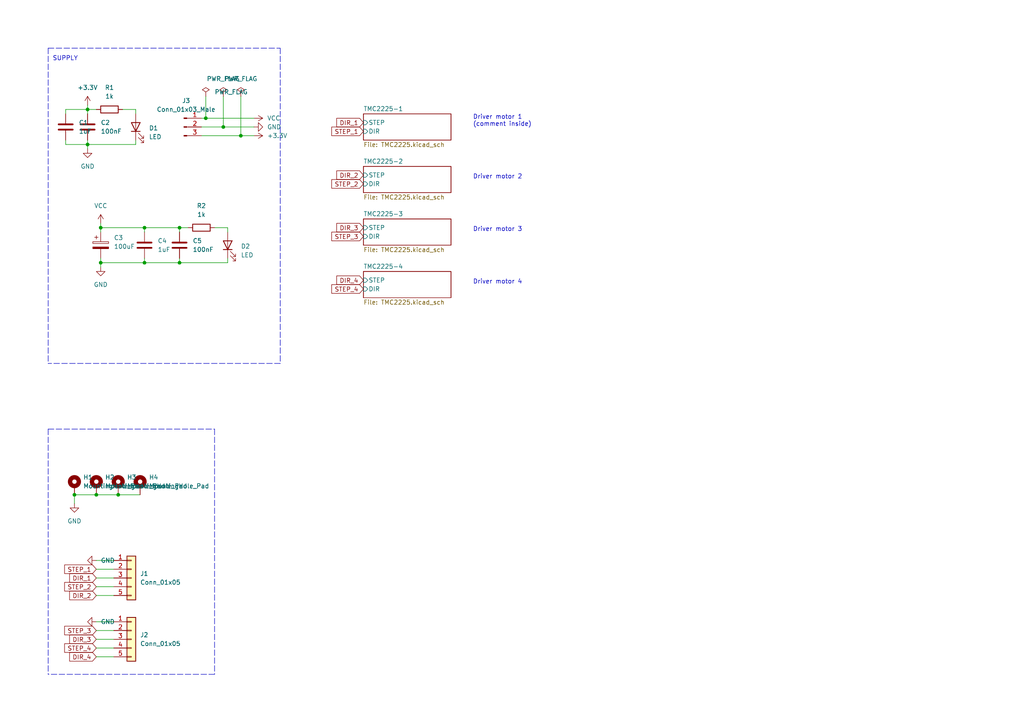
<source format=kicad_sch>
(kicad_sch (version 20211123) (generator eeschema)
  (paper "A4")
  (lib_symbols
    (symbol "Connector:Conn_01x03_Male" (pin_names (offset 1.016) hide)
      (property "Reference" "J" (at 0 5.08 0))
      (property "Value" "Conn_01x03_Male" (at 0 -5.08 0))
      (symbol "Conn_01x03_Male_1_1"
        (polyline (pts (xy 1.27 -2.54) (xy 0.8636 -2.54)) (stroke (width 0.1524)))
        (polyline (pts (xy 1.27 0) (xy 0.8636 0)) (stroke (width 0.1524)))
        (polyline (pts (xy 1.27 2.54) (xy 0.8636 2.54)) (stroke (width 0.1524)))
        (rectangle (start 0.8636 -2.413) (end 0 -2.667) (stroke (width 0.1524)) (fill (type outline)))
        (rectangle (start 0.8636 0.127) (end 0 -0.127) (stroke (width 0.1524)) (fill (type outline)))
        (rectangle (start 0.8636 2.667) (end 0 2.413) (stroke (width 0.1524)) (fill (type outline)))
        (pin passive line (at 5.08 2.54 180) (length 3.81) (name "Pin_1") (number "1"))
        (pin passive line (at 5.08 0 180) (length 3.81) (name "Pin_2") (number "2"))
        (pin passive line (at 5.08 -2.54 180) (length 3.81) (name "Pin_3") (number "3"))
      )
    )
    (symbol "Connector_Generic:Conn_01x05" (pin_names (offset 1.016) hide)
      (property "Reference" "J" (at 0 7.62 0))
      (property "Value" "Conn_01x05" (at 0 -7.62 0))
      (symbol "Conn_01x05_1_1"
        (rectangle (start -1.27 -4.953) (end 0 -5.207) (stroke (width 0.1524)))
        (rectangle (start -1.27 -2.413) (end 0 -2.667) (stroke (width 0.1524)))
        (rectangle (start -1.27 0.127) (end 0 -0.127) (stroke (width 0.1524)))
        (rectangle (start -1.27 2.667) (end 0 2.413) (stroke (width 0.1524)))
        (rectangle (start -1.27 5.207) (end 0 4.953) (stroke (width 0.1524)))
        (rectangle (start -1.27 6.35) (end 1.27 -6.35) (stroke (width 0.254)) (fill (type background)))
        (pin passive line (at -5.08 5.08 0) (length 3.81) (name "Pin_1") (number "1"))
        (pin passive line (at -5.08 2.54 0) (length 3.81) (name "Pin_2") (number "2"))
        (pin passive line (at -5.08 0 0) (length 3.81) (name "Pin_3") (number "3"))
        (pin passive line (at -5.08 -2.54 0) (length 3.81) (name "Pin_4") (number "4"))
        (pin passive line (at -5.08 -5.08 0) (length 3.81) (name "Pin_5") (number "5"))
      )
    )
    (symbol "Device:C" (pin_numbers hide) (pin_names (offset 0.254))
      (property "Reference" "C" (at 0.635 2.54 0))
      (property "Value" "C" (at 0.635 -2.54 0))
      (symbol "C_0_1"
        (polyline (pts (xy -2.032 -0.762) (xy 2.032 -0.762)) (stroke (width 0.508)))
        (polyline (pts (xy -2.032 0.762) (xy 2.032 0.762)) (stroke (width 0.508)))
      )
      (symbol "C_1_1"
        (pin passive line (at 0 3.81 270) (length 2.794) (name "~") (number "1"))
        (pin passive line (at 0 -3.81 90) (length 2.794) (name "~") (number "2"))
      )
    )
    (symbol "Device:C_Polarized" (pin_numbers hide) (pin_names (offset 0.254))
      (property "Reference" "C" (at 0.635 2.54 0))
      (property "Value" "C_Polarized" (at 0.635 -2.54 0))
      (symbol "C_Polarized_0_1"
        (rectangle (start -2.286 0.508) (end 2.286 1.016))
        (polyline (pts (xy -1.778 2.286) (xy -0.762 2.286)))
        (polyline (pts (xy -1.27 2.794) (xy -1.27 1.778)))
        (rectangle (start 2.286 -0.508) (end -2.286 -1.016) (fill (type outline)))
      )
      (symbol "C_Polarized_1_1"
        (pin passive line (at 0 3.81 270) (length 2.794) (name "~") (number "1"))
        (pin passive line (at 0 -3.81 90) (length 2.794) (name "~") (number "2"))
      )
    )
    (symbol "Device:LED" (pin_numbers hide) (pin_names (offset 1.016) hide)
      (property "Reference" "D" (at 0 2.54 0))
      (property "Value" "LED" (at 0 -2.54 0))
      (symbol "LED_0_1"
        (polyline (pts (xy -1.27 -1.27) (xy -1.27 1.27)) (stroke (width 0.254)))
        (polyline (pts (xy -1.27 0) (xy 1.27 0)))
        (polyline (pts (xy 1.27 -1.27) (xy 1.27 1.27) (xy -1.27 0) (xy 1.27 -1.27)) (stroke (width 0.254)))
        (polyline (pts (xy -3.048 -0.762) (xy -4.572 -2.286) (xy -3.81 -2.286) (xy -4.572 -2.286) (xy -4.572 -1.524)))
        (polyline (pts (xy -1.778 -0.762) (xy -3.302 -2.286) (xy -2.54 -2.286) (xy -3.302 -2.286) (xy -3.302 -1.524)))
      )
      (symbol "LED_1_1"
        (pin passive line (at -3.81 0 0) (length 2.54) (name "K") (number "1"))
        (pin passive line (at 3.81 0 180) (length 2.54) (name "A") (number "2"))
      )
    )
    (symbol "Device:R" (pin_numbers hide) (pin_names (offset 0))
      (property "Reference" "R" (at 2.032 0 90))
      (property "Value" "R" (at 0 0 90))
      (symbol "R_0_1"
        (rectangle (start -1.016 -2.54) (end 1.016 2.54) (stroke (width 0.254)))
      )
      (symbol "R_1_1"
        (pin passive line (at 0 3.81 270) (length 1.27) (name "~") (number "1"))
        (pin passive line (at 0 -3.81 90) (length 1.27) (name "~") (number "2"))
      )
    )
    (symbol "Mechanical:MountingHole_Pad" (pin_numbers hide) (pin_names (offset 1.016) hide)
      (property "Reference" "H" (at 0 6.35 0))
      (property "Value" "MountingHole_Pad" (at 0 4.445 0))
      (symbol "MountingHole_Pad_0_1"
        (circle (center 0 1.27) (radius 1.27) (stroke (width 1.27)))
      )
      (symbol "MountingHole_Pad_1_1"
        (pin input line (at 0 -2.54 90) (length 2.54) (name "1") (number "1"))
      )
    )
    (symbol "power:+3.3V" (power) (pin_names (offset 0))
      (property "Value" "+3.3V" (at 0 3.556 0))
      (symbol "+3.3V_0_1"
        (polyline (pts (xy -0.762 1.27) (xy 0 2.54)))
        (polyline (pts (xy 0 0) (xy 0 2.54)))
        (polyline (pts (xy 0 2.54) (xy 0.762 1.27)))
      )
      (symbol "+3.3V_1_1"
        (pin power_in line (at 0 0 90) (length 0) hide (name "+3.3V") (number "1"))
      )
    )
    (symbol "power:GND" (power) (pin_names (offset 0))
      (property "Value" "GND" (at 0 -3.81 0))
      (symbol "GND_0_1"
        (polyline (pts (xy 0 0) (xy 0 -1.27) (xy 1.27 -1.27) (xy 0 -2.54) (xy -1.27 -1.27) (xy 0 -1.27)))
      )
      (symbol "GND_1_1"
        (pin power_in line (at 0 0 270) (length 0) hide (name "GND") (number "1"))
      )
    )
    (symbol "power:PWR_FLAG" (power) (pin_numbers hide) (pin_names (offset 0) hide)
      (property "Value" "PWR_FLAG" (at 0 3.81 0))
      (symbol "PWR_FLAG_0_0"
        (pin power_out line (at 0 0 90) (length 0) (name "pwr") (number "1"))
      )
      (symbol "PWR_FLAG_0_1"
        (polyline (pts (xy 0 0) (xy 0 1.27) (xy -1.016 1.905) (xy 0 2.54) (xy 1.016 1.905) (xy 0 1.27)))
      )
    )
    (symbol "power:VCC" (power) (pin_names (offset 0))
      (property "Value" "VCC" (at 0 3.81 0))
      (symbol "VCC_0_1"
        (polyline (pts (xy -0.762 1.27) (xy 0 2.54)))
        (polyline (pts (xy 0 0) (xy 0 2.54)))
        (polyline (pts (xy 0 2.54) (xy 0.762 1.27)))
      )
      (symbol "VCC_1_1"
        (pin power_in line (at 0 0 90) (length 0) hide (name "VCC") (number "1"))
      )
    )
  )
  (junction (at 25.4 41.91))
  (junction (at 27.94 143.51))
  (junction (at 34.29 143.51))
  (junction (at 25.4 31.75))
  (junction (at 29.21 76.2))
  (junction (at 69.85 39.37))
  (junction (at 64.77 36.83))
  (junction (at 59.69 34.29))
  (junction (at 29.21 66.04))
  (junction (at 52.07 66.04))
  (junction (at 21.59 143.51))
  (junction (at 52.07 76.2))
  (junction (at 41.91 66.04))
  (junction (at 41.91 76.2))
  (wire (pts (xy 59.69 34.29) (xy 73.66 34.29)))
  (wire (pts (xy 58.42 34.29) (xy 59.69 34.29)))
  (wire (pts (xy 27.94 143.51) (xy 34.29 143.51)))
  (wire (pts (xy 29.21 76.2) (xy 29.21 74.93)))
  (wire (pts (xy 27.94 172.72) (xy 33.02 172.72)))
  (wire (pts (xy 64.77 36.83) (xy 73.66 36.83)))
  (wire (pts (xy 27.94 187.96) (xy 33.02 187.96)))
  (wire (pts (xy 29.21 76.2) (xy 41.91 76.2)))
  (wire (pts (xy 29.21 76.2) (xy 29.21 77.47)))
  (wire (pts (xy 29.21 64.77) (xy 29.21 66.04)))
  (wire (pts (xy 52.07 66.04) (xy 54.61 66.04)))
  (wire (pts (xy 27.94 170.18) (xy 33.02 170.18)))
  (wire (pts (xy 59.69 27.94) (xy 59.69 34.29)))
  (polyline (pts (xy 81.28 13.97) (xy 81.28 105.41)))
  (wire (pts (xy 66.04 74.93) (xy 66.04 76.2)))
  (wire (pts (xy 52.07 76.2) (xy 66.04 76.2)))
  (wire (pts (xy 58.42 36.83) (xy 64.77 36.83)))
  (wire (pts (xy 25.4 41.91) (xy 19.05 41.91)))
  (wire (pts (xy 41.91 66.04) (xy 41.91 67.31)))
  (polyline (pts (xy 13.97 13.97) (xy 13.97 105.41)))
  (polyline (pts (xy 13.97 13.97) (xy 81.28 13.97)))
  (wire (pts (xy 66.04 66.04) (xy 66.04 67.31)))
  (wire (pts (xy 27.94 162.56) (xy 33.02 162.56)))
  (wire (pts (xy 19.05 33.02) (xy 19.05 31.75)))
  (wire (pts (xy 19.05 31.75) (xy 25.4 31.75)))
  (wire (pts (xy 21.59 143.51) (xy 27.94 143.51)))
  (wire (pts (xy 39.37 40.64) (xy 39.37 41.91)))
  (wire (pts (xy 39.37 41.91) (xy 25.4 41.91)))
  (wire (pts (xy 25.4 40.64) (xy 25.4 41.91)))
  (wire (pts (xy 27.94 182.88) (xy 33.02 182.88)))
  (wire (pts (xy 27.94 180.34) (xy 33.02 180.34)))
  (polyline (pts (xy 62.23 195.58) (xy 13.97 195.58)))
  (wire (pts (xy 27.94 190.5) (xy 33.02 190.5)))
  (wire (pts (xy 69.85 39.37) (xy 73.66 39.37)))
  (wire (pts (xy 25.4 31.75) (xy 27.94 31.75)))
  (polyline (pts (xy 13.97 124.46) (xy 62.23 124.46)))
  (wire (pts (xy 25.4 41.91) (xy 25.4 43.18)))
  (wire (pts (xy 41.91 76.2) (xy 41.91 74.93)))
  (wire (pts (xy 29.21 66.04) (xy 41.91 66.04)))
  (wire (pts (xy 27.94 185.42) (xy 33.02 185.42)))
  (polyline (pts (xy 62.23 124.46) (xy 62.23 195.58)))
  (wire (pts (xy 29.21 66.04) (xy 29.21 67.31)))
  (wire (pts (xy 27.94 165.1) (xy 33.02 165.1)))
  (wire (pts (xy 21.59 143.51) (xy 21.59 146.05)))
  (wire (pts (xy 62.23 66.04) (xy 66.04 66.04)))
  (wire (pts (xy 58.42 39.37) (xy 69.85 39.37)))
  (wire (pts (xy 52.07 66.04) (xy 52.07 67.31)))
  (wire (pts (xy 64.77 27.94) (xy 64.77 36.83)))
  (wire (pts (xy 52.07 74.93) (xy 52.07 76.2)))
  (wire (pts (xy 27.94 167.64) (xy 33.02 167.64)))
  (wire (pts (xy 69.85 27.94) (xy 69.85 39.37)))
  (polyline (pts (xy 81.28 105.41) (xy 13.97 105.41)))
  (wire (pts (xy 41.91 76.2) (xy 52.07 76.2)))
  (wire (pts (xy 41.91 66.04) (xy 52.07 66.04)))
  (wire (pts (xy 35.56 31.75) (xy 39.37 31.75)))
  (polyline (pts (xy 13.97 124.46) (xy 13.97 195.58)))
  (wire (pts (xy 25.4 30.48) (xy 25.4 31.75)))
  (wire (pts (xy 39.37 31.75) (xy 39.37 33.02)))
  (wire (pts (xy 25.4 31.75) (xy 25.4 33.02)))
  (wire (pts (xy 19.05 41.91) (xy 19.05 40.64)))
  (wire (pts (xy 34.29 143.51) (xy 40.64 143.51)))
  (text "Driver motor 3" (at 137.16 67.31 0) (effects (font (size 1.27 1.27)) (justify left bottom)))
  (text "Driver motor 1\n(comment inside)" (at 137.16 36.83 0) (effects (font (size 1.27 1.27)) (justify left bottom)))
  (text "Driver motor 2" (at 137.16 52.07 0) (effects (font (size 1.27 1.27)) (justify left bottom)))
  (text "SUPPLY" (at 15.24 17.78 0) (effects (font (size 1.27 1.27)) (justify left bottom)))
  (text "Driver motor 4" (at 137.16 82.55 0) (effects (font (size 1.27 1.27)) (justify left bottom)))
  (global_label "DIR_4" (shape input) (at 27.94 190.5 180) (property "Intersheet References" "${INTERSHEET_REFS}" (effects hide)))
  (global_label "STEP_1" (shape input) (at 105.41 38.1 180) (property "Intersheet References" "${INTERSHEET_REFS}" (effects hide)))
  (global_label "STEP_2" (shape input) (at 105.41 53.34 180) (property "Intersheet References" "${INTERSHEET_REFS}" (effects hide)))
  (global_label "STEP_2" (shape input) (at 27.94 170.18 180) (property "Intersheet References" "${INTERSHEET_REFS}" (effects hide)))
  (global_label "DIR_4" (shape input) (at 105.41 81.28 180) (property "Intersheet References" "${INTERSHEET_REFS}" (effects hide)))
  (global_label "DIR_2" (shape input) (at 105.41 50.8 180) (property "Intersheet References" "${INTERSHEET_REFS}" (effects hide)))
  (global_label "DIR_3" (shape input) (at 105.41 66.04 180) (property "Intersheet References" "${INTERSHEET_REFS}" (effects hide)))
  (global_label "STEP_3" (shape input) (at 105.41 68.58 180) (property "Intersheet References" "${INTERSHEET_REFS}" (effects hide)))
  (global_label "STEP_4" (shape input) (at 105.41 83.82 180) (property "Intersheet References" "${INTERSHEET_REFS}" (effects hide)))
  (global_label "DIR_1" (shape input) (at 27.94 167.64 180) (property "Intersheet References" "${INTERSHEET_REFS}" (effects hide)))
  (global_label "DIR_2" (shape input) (at 27.94 172.72 180) (property "Intersheet References" "${INTERSHEET_REFS}" (effects hide)))
  (global_label "STEP_1" (shape input) (at 27.94 165.1 180) (property "Intersheet References" "${INTERSHEET_REFS}" (effects hide)))
  (global_label "DIR_3" (shape input) (at 27.94 185.42 180) (property "Intersheet References" "${INTERSHEET_REFS}" (effects hide)))
  (global_label "DIR_1" (shape input) (at 105.41 35.56 180) (property "Intersheet References" "${INTERSHEET_REFS}" (effects hide)))
  (global_label "STEP_3" (shape input) (at 27.94 182.88 180) (property "Intersheet References" "${INTERSHEET_REFS}" (effects hide)))
  (global_label "STEP_4" (shape input) (at 27.94 187.96 180) (property "Intersheet References" "${INTERSHEET_REFS}" (effects hide)))
  (symbol (lib_id "power:GND") (at 27.94 180.34 270) (unit 1)
    (property "Reference" "#PWR05" (effects hide))
    (property "Value" "GND" (at 29.21 180.3399 90) (effects (justify left)))
  )
  (symbol (lib_id "Mechanical:MountingHole_Pad") (at 27.94 140.97 0) (unit 1)
    (property "Reference" "H2" (at 30.48 138.4299 0) (effects (justify left)))
    (property "Value" "MountingHole_Pad" (at 30.48 140.9699 0) (effects (justify left)))
    (property "Footprint" "MountingHole:MountingHole_3.2mm_M3_Pad_Via" (effects hide))
  )
  (symbol (lib_id "Mechanical:MountingHole_Pad") (at 40.64 140.97 0) (unit 1)
    (property "Reference" "H4" (at 43.18 138.4299 0) (effects (justify left)))
    (property "Value" "MountingHole_Pad" (at 43.18 140.9699 0) (effects (justify left)))
    (property "Footprint" "MountingHole:MountingHole_3.2mm_M3_Pad_Via" (effects hide))
  )
  (symbol (lib_id "Device:C") (at 52.07 71.12 0) (unit 1)
    (property "Reference" "C5" (at 55.88 69.8499 0) (effects (justify left)))
    (property "Value" "100nF" (at 55.88 72.3899 0) (effects (justify left)))
    (property "Footprint" "Capacitor_SMD:C_0603_1608Metric_Pad1.08x0.95mm_HandSolder" (effects hide))
  )
  (symbol (lib_id "power:GND") (at 73.66 36.83 90) (unit 1)
    (property "Reference" "#PWR0101" (effects hide))
    (property "Value" "GND" (at 77.47 36.8299 90) (effects (justify right)))
  )
  (symbol (lib_id "Connector_Generic:Conn_01x05") (at 38.1 185.42 0) (unit 1)
    (property "Reference" "J2" (at 40.64 184.1499 0) (effects (justify left)))
    (property "Value" "Conn_01x05" (at 40.64 186.6899 0) (effects (justify left)))
    (property "Footprint" "Connector_JST:JST_XH_B5B-XH-A_1x05_P2.50mm_Vertical" (effects hide))
  )
  (symbol (lib_id "Device:R") (at 31.75 31.75 90) (unit 1)
    (property "Reference" "R1" (at 31.75 25.4 90))
    (property "Value" "1k" (at 31.75 27.94 90))
    (property "Footprint" "Resistor_SMD:R_0603_1608Metric_Pad0.98x0.95mm_HandSolder" (effects hide))
  )
  (symbol (lib_id "power:GND") (at 29.21 77.47 0) (unit 1)
    (property "Reference" "#PWR07" (effects hide))
    (property "Value" "GND" (at 29.21 82.55 0))
  )
  (symbol (lib_id "power:PWR_FLAG") (at 59.69 27.94 0) (mirror y) (unit 1)
    (property "Reference" "#FLG01" (effects hide))
    (property "Value" "PWR_FLAG" (at 62.23 26.6699 0) (effects (justify right)))
  )
  (symbol (lib_id "power:VCC") (at 29.21 64.77 0) (unit 1)
    (property "Reference" "#PWR06" (effects hide))
    (property "Value" "VCC" (at 29.21 59.69 0))
  )
  (symbol (lib_id "power:VCC") (at 73.66 34.29 270) (unit 1)
    (property "Reference" "#PWR0103" (effects hide))
    (property "Value" "VCC" (at 77.47 34.2899 90) (effects (justify left)))
  )
  (symbol (lib_id "Connector_Generic:Conn_01x05") (at 38.1 167.64 0) (unit 1)
    (property "Reference" "J1" (at 40.64 166.3699 0) (effects (justify left)))
    (property "Value" "Conn_01x05" (at 40.64 168.9099 0) (effects (justify left)))
    (property "Footprint" "Connector_JST:JST_XH_B5B-XH-A_1x05_P2.50mm_Vertical" (effects hide))
  )
  (symbol (lib_id "power:+3.3V") (at 73.66 39.37 270) (unit 1)
    (property "Reference" "#PWR0102" (effects hide))
    (property "Value" "+3.3V" (at 77.47 39.3699 90) (effects (justify left)))
  )
  (symbol (lib_id "Device:LED") (at 66.04 71.12 90) (unit 1)
    (property "Reference" "D2" (at 69.85 71.4374 90) (effects (justify right)))
    (property "Value" "LED" (at 69.85 73.9774 90) (effects (justify right)))
    (property "Footprint" "LED_SMD:LED_0603_1608Metric_Pad1.05x0.95mm_HandSolder" (effects hide))
  )
  (symbol (lib_id "Device:LED") (at 39.37 36.83 90) (unit 1)
    (property "Reference" "D1" (at 43.18 37.1474 90) (effects (justify right)))
    (property "Value" "LED" (at 43.18 39.6874 90) (effects (justify right)))
    (property "Footprint" "LED_SMD:LED_0603_1608Metric_Pad1.05x0.95mm_HandSolder" (effects hide))
  )
  (symbol (lib_id "Device:C") (at 19.05 36.83 0) (unit 1)
    (property "Reference" "C1" (at 22.86 35.5599 0) (effects (justify left)))
    (property "Value" "1uF" (at 22.86 38.0999 0) (effects (justify left)))
    (property "Footprint" "Capacitor_SMD:C_0603_1608Metric_Pad1.08x0.95mm_HandSolder" (effects hide))
  )
  (symbol (lib_id "Device:R") (at 58.42 66.04 90) (unit 1)
    (property "Reference" "R2" (at 58.42 59.69 90))
    (property "Value" "1k" (at 58.42 62.23 90))
    (property "Footprint" "Resistor_SMD:R_0603_1608Metric_Pad0.98x0.95mm_HandSolder" (effects hide))
  )
  (symbol (lib_id "Device:C") (at 25.4 36.83 0) (unit 1)
    (property "Reference" "C2" (at 29.21 35.5599 0) (effects (justify left)))
    (property "Value" "100nF" (at 29.21 38.0999 0) (effects (justify left)))
    (property "Footprint" "Capacitor_SMD:C_0603_1608Metric_Pad1.08x0.95mm_HandSolder" (effects hide))
  )
  (symbol (lib_id "Mechanical:MountingHole_Pad") (at 34.29 140.97 0) (unit 1)
    (property "Reference" "H3" (at 36.83 138.4299 0) (effects (justify left)))
    (property "Value" "MountingHole_Pad" (at 36.83 140.9699 0) (effects (justify left)))
    (property "Footprint" "MountingHole:MountingHole_3.2mm_M3_Pad_Via" (effects hide))
  )
  (symbol (lib_id "power:+3.3V") (at 25.4 30.48 0) (unit 1)
    (property "Reference" "#PWR02" (effects hide))
    (property "Value" "+3.3V" (at 25.4 25.4 0))
  )
  (symbol (lib_id "power:PWR_FLAG") (at 69.85 27.94 0) (unit 1)
    (property "Reference" "#FLG03" (effects hide))
    (property "Value" "PWR_FLAG" (at 69.85 22.86 0))
  )
  (symbol (lib_id "Connector:Conn_01x03_Male") (at 53.34 36.83 0) (unit 1)
    (property "Reference" "J3" (at 53.975 29.21 0))
    (property "Value" "Conn_01x03_Male" (at 53.975 31.75 0))
    (property "Footprint" "Connector_JST:JST_XH_B3B-XH-A_1x03_P2.50mm_Vertical" (effects hide))
  )
  (symbol (lib_id "Mechanical:MountingHole_Pad") (at 21.59 140.97 0) (unit 1)
    (property "Reference" "H1" (at 24.13 138.4299 0) (effects (justify left)))
    (property "Value" "MountingHole_Pad" (at 24.13 140.9699 0) (effects (justify left)))
    (property "Footprint" "MountingHole:MountingHole_3.2mm_M3_Pad_Via" (effects hide))
  )
  (symbol (lib_id "power:GND") (at 27.94 162.56 270) (unit 1)
    (property "Reference" "#PWR04" (effects hide))
    (property "Value" "GND" (at 29.21 162.5599 90) (effects (justify left)))
  )
  (symbol (lib_id "Device:C_Polarized") (at 29.21 71.12 0) (unit 1)
    (property "Reference" "C3" (at 33.02 68.9609 0) (effects (justify left)))
    (property "Value" "100uF" (at 33.02 71.5009 0) (effects (justify left)))
    (property "Footprint" "Capacitor_SMD:CP_Elec_10x10.5" (effects hide))
  )
  (symbol (lib_id "Device:C") (at 41.91 71.12 0) (unit 1)
    (property "Reference" "C4" (at 45.72 69.8499 0) (effects (justify left)))
    (property "Value" "1uF" (at 45.72 72.3899 0) (effects (justify left)))
    (property "Footprint" "Capacitor_SMD:C_0603_1608Metric_Pad1.08x0.95mm_HandSolder" (effects hide))
  )
  (symbol (lib_id "power:GND") (at 25.4 43.18 0) (unit 1)
    (property "Reference" "#PWR03" (effects hide))
    (property "Value" "GND" (at 25.4 48.26 0))
  )
  (symbol (lib_id "power:PWR_FLAG") (at 64.77 27.94 0) (unit 1)
    (property "Reference" "#FLG02" (effects hide))
    (property "Value" "PWR_FLAG" (at 64.77 22.86 0))
  )
  (symbol (lib_id "power:GND") (at 21.59 146.05 0) (unit 1)
    (property "Reference" "#PWR01" (effects hide))
    (property "Value" "GND" (at 21.59 151.13 0))
  )
  (sheet (at 105.41 48.26) (size 25.4 7.62) (stroke (width 0.1524))
    (property "Sheet name" "TMC2225-2" (at 105.41 47.5484 0) (effects (justify left bottom)))
    (property "Sheet file" "TMC2225.kicad_sch" (at 105.41 56.4646 0) (effects (justify left top)))
    (pin "STEP" input (at 105.41 50.8 180))
    (pin "DIR" input (at 105.41 53.34 180))
  )
  (sheet (at 105.41 33.02) (size 25.4 7.62) (stroke (width 0.1524))
    (property "Sheet name" "TMC2225-1" (at 105.41 32.3084 0) (effects (justify left bottom)))
    (property "Sheet file" "TMC2225.kicad_sch" (at 105.41 41.2246 0) (effects (justify left top)))
    (pin "STEP" input (at 105.41 35.56 180))
    (pin "DIR" input (at 105.41 38.1 180))
  )
  (sheet (at 105.41 63.5) (size 25.4 7.62) (stroke (width 0.1524))
    (property "Sheet name" "TMC2225-3" (at 105.41 62.7884 0) (effects (justify left bottom)))
    (property "Sheet file" "TMC2225.kicad_sch" (at 105.41 71.7046 0) (effects (justify left top)))
    (pin "STEP" input (at 105.41 66.04 180))
    (pin "DIR" input (at 105.41 68.58 180))
  )
  (sheet (at 105.41 78.74) (size 25.4 7.62) (stroke (width 0.1524))
    (property "Sheet name" "TMC2225-4" (at 105.41 78.0284 0) (effects (justify left bottom)))
    (property "Sheet file" "TMC2225.kicad_sch" (at 105.41 86.9446 0) (effects (justify left top)))
    (pin "STEP" input (at 105.41 81.28 180))
    (pin "DIR" input (at 105.41 83.82 180))
  )
)
</source>
